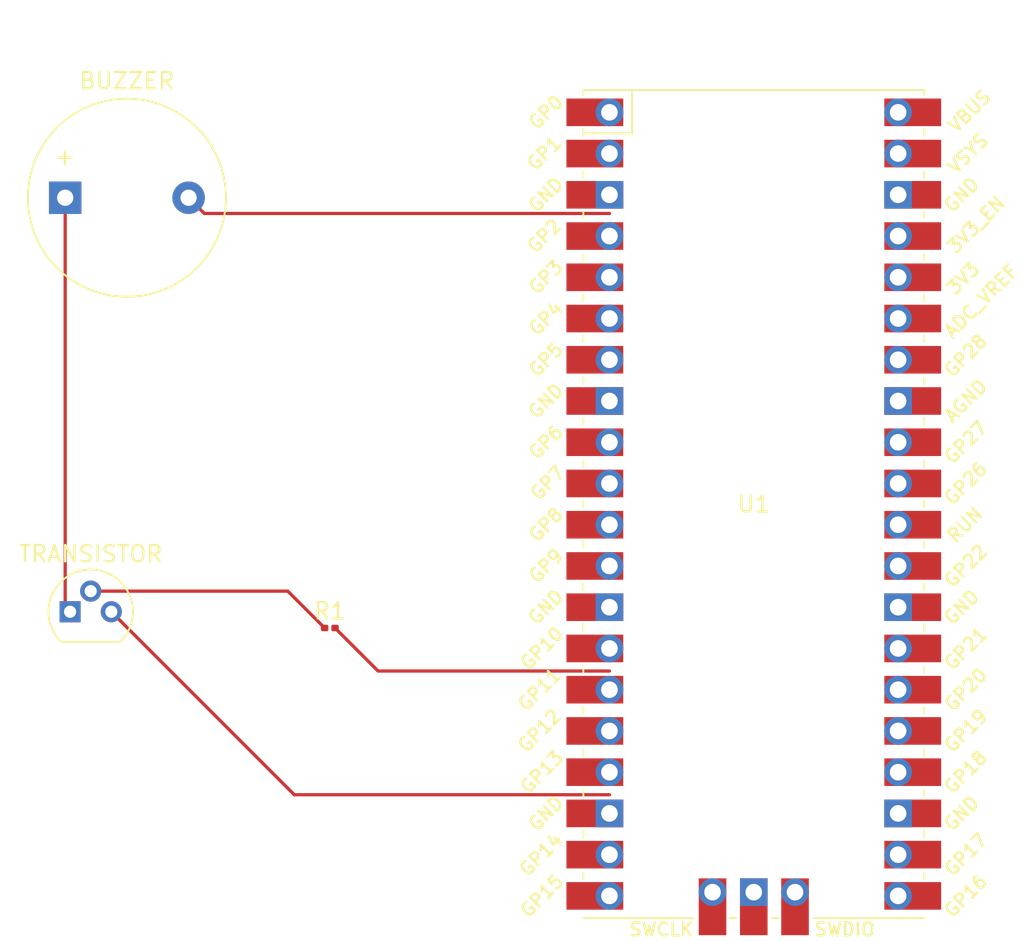
<source format=kicad_pcb>
(kicad_pcb (version 20240108) (generator "pcbnew") (generator_version "8.0")
  (layers (0 "F.Cu" signal) (31 "B.Cu" signal) (34 "B.Paste" user) (35 "F.Paste" user) (36 "B.SilkS" user "B.Silkscreen") (37 "F.SilkS" user "F.Silkscreen") (38 "B.Mask" user) (39 "F.Mask" user) (44 "Edge.Cuts" user))
  (net 0 "")
  (net 1 "Buzzer")
  (net 2 "Transistor")
  (footprint "Package_TO_SOT_THT:TO-92" (layer "F.Cu") (at 61.5 73)
    (property "Reference" "TRANSISTOR" (at 1.27 -3.56 0) (layer "F.SilkS"))
    (property "Value" "TO-92")
    (fp_line (start -0.53 1.85) (end 3.07 1.85) (stroke (width 0.12)) (layer "F.SilkS"))
    (fp_arc (start -0.568478 1.838478) (mid -1.132087 -0.994977) (end 1.27 -2.6) (stroke (width 0.12)) (layer "F.SilkS"))
    (fp_arc (start 1.27 -2.6) (mid 3.672087 -0.994977) (end 3.108478 1.838478) (stroke (width 0.12)) (layer "F.SilkS"))
    (pad "1" thru_hole rect (at 0 0) (size 1.3 1.3) (drill 0.75) (layers "*.Cu" "*.Mask"))
    (pad "2" thru_hole circle (at 1.27 -1.27) (size 1.3 1.3) (drill 0.75) (layers "*.Cu" "*.Mask"))
    (pad "3" thru_hole circle (at 2.54 0) (size 1.3 1.3) (drill 0.75) (layers "*.Cu" "*.Mask"))
  )
  (footprint "Resistor_SMD:R_0201_0603Metric" (layer "F.Cu") (at 77.5 74)
    (property "Reference" "R1" (at 0 -1.05 0) (layer "F.SilkS"))
    (property "Value" "R_0201_0603Metric")
    (pad "1" smd roundrect (at -0.32 0) (size 0.46 0.4) (layers "F.Cu" "F.Mask"))
    (pad "2" smd roundrect (at 0.32 0) (size 0.46 0.4) (layers "F.Cu" "F.Mask"))
  )
  (footprint "Buzzer_Beeper:Buzzer_12x9.5RM7.6" (layer "F.Cu") (at 61.2 47.5)
    (property "Reference" "BUZZER" (at 3.8 -7.2 0) (layer "F.SilkS"))
    (property "Value" "Buzzer_12x9.5RM7.6")
    (fp_circle (center 3.8 0) (end 9.9 0) (stroke (width 0.12)) (fill none) (layer "F.SilkS"))
    (fp_text user "+" (at -0.01 -2.54 0) (layer "F.SilkS"))
    (pad "1" thru_hole rect (at 0 0) (size 2 2) (drill 1) (layers "*.Cu" "*.Mask"))
    (pad "2" thru_hole circle (at 7.6 0) (size 2 2) (drill 1) (layers "*.Cu" "*.Mask"))
  )
  (footprint "MCU_RaspberryPi_and_Boards:RPi_Pico_SMD_TH" (layer "F.Cu") (at 103.61 66.37)
    (property "Reference" "U1" (at 0 0 0) (layer "F.SilkS"))
    (property "Value" "Pico")
    (fp_line (start -10.5 -25.5) (end -10.5 -25.2) (stroke (width 0.12)) (layer "F.SilkS"))
    (fp_line (start -10.5 -25.5) (end 10.5 -25.5) (stroke (width 0.12)) (layer "F.SilkS"))
    (fp_line (start -10.5 -23.1) (end -10.5 -22.7) (stroke (width 0.12)) (layer "F.SilkS"))
    (fp_line (start -10.5 -22.833) (end -7.493 -22.833) (stroke (width 0.12)) (layer "F.SilkS"))
    (fp_line (start -10.5 -20.5) (end -10.5 -20.1) (stroke (width 0.12)) (layer "F.SilkS"))
    (fp_line (start -10.5 -18) (end -10.5 -17.6) (stroke (width 0.12)) (layer "F.SilkS"))
    (fp_line (start -10.5 -15.4) (end -10.5 -15) (stroke (width 0.12)) (layer "F.SilkS"))
    (fp_line (start -10.5 -12.9) (end -10.5 -12.5) (stroke (width 0.12)) (layer "F.SilkS"))
    (fp_line (start -10.5 -10.4) (end -10.5 -10) (stroke (width 0.12)) (layer "F.SilkS"))
    (fp_line (start -10.5 -7.8) (end -10.5 -7.4) (stroke (width 0.12)) (layer "F.SilkS"))
    (fp_line (start -10.5 -5.3) (end -10.5 -4.9) (stroke (width 0.12)) (layer "F.SilkS"))
    (fp_line (start -10.5 -2.7) (end -10.5 -2.3) (stroke (width 0.12)) (layer "F.SilkS"))
    (fp_line (start -10.5 -0.2) (end -10.5 0.2) (stroke (width 0.12)) (layer "F.SilkS"))
    (fp_line (start -10.5 2.3) (end -10.5 2.7) (stroke (width 0.12)) (layer "F.SilkS"))
    (fp_line (start -10.5 4.9) (end -10.5 5.3) (stroke (width 0.12)) (layer "F.SilkS"))
    (fp_line (start -10.5 7.4) (end -10.5 7.8) (stroke (width 0.12)) (layer "F.SilkS"))
    (fp_line (start -10.5 10) (end -10.5 10.4) (stroke (width 0.12)) (layer "F.SilkS"))
    (fp_line (start -10.5 12.5) (end -10.5 12.9) (stroke (width 0.12)) (layer "F.SilkS"))
    (fp_line (start -10.5 15.1) (end -10.5 15.5) (stroke (width 0.12)) (layer "F.SilkS"))
    (fp_line (start -10.5 17.6) (end -10.5 18) (stroke (width 0.12)) (layer "F.SilkS"))
    (fp_line (start -10.5 20.1) (end -10.5 20.5) (stroke (width 0.12)) (layer "F.SilkS"))
    (fp_line (start -10.5 22.7) (end -10.5 23.1) (stroke (width 0.12)) (layer "F.SilkS"))
    (fp_line (start -7.493 -22.833) (end -7.493 -25.5) (stroke (width 0.12)) (layer "F.SilkS"))
    (fp_line (start -3.7 25.5) (end -10.5 25.5) (stroke (width 0.12)) (layer "F.SilkS"))
    (fp_line (start -1.5 25.5) (end -1.1 25.5) (stroke (width 0.12)) (layer "F.SilkS"))
    (fp_line (start 1.1 25.5) (end 1.5 25.5) (stroke (width 0.12)) (layer "F.SilkS"))
    (fp_line (start 10.5 -25.5) (end 10.5 -25.2) (stroke (width 0.12)) (layer "F.SilkS"))
    (fp_line (start 10.5 -23.1) (end 10.5 -22.7) (stroke (width 0.12)) (layer "F.SilkS"))
    (fp_line (start 10.5 -20.5) (end 10.5 -20.1) (stroke (width 0.12)) (layer "F.SilkS"))
    (fp_line (start 10.5 -18) (end 10.5 -17.6) (stroke (width 0.12)) (layer "F.SilkS"))
    (fp_line (start 10.5 -15.4) (end 10.5 -15) (stroke (width 0.12)) (layer "F.SilkS"))
    (fp_line (start 10.5 -12.9) (end 10.5 -12.5) (stroke (width 0.12)) (layer "F.SilkS"))
    (fp_line (start 10.5 -10.4) (end 10.5 -10) (stroke (width 0.12)) (layer "F.SilkS"))
    (fp_line (start 10.5 -7.8) (end 10.5 -7.4) (stroke (width 0.12)) (layer "F.SilkS"))
    (fp_line (start 10.5 -5.3) (end 10.5 -4.9) (stroke (width 0.12)) (layer "F.SilkS"))
    (fp_line (start 10.5 -2.7) (end 10.5 -2.3) (stroke (width 0.12)) (layer "F.SilkS"))
    (fp_line (start 10.5 -0.2) (end 10.5 0.2) (stroke (width 0.12)) (layer "F.SilkS"))
    (fp_line (start 10.5 2.3) (end 10.5 2.7) (stroke (width 0.12)) (layer "F.SilkS"))
    (fp_line (start 10.5 4.9) (end 10.5 5.3) (stroke (width 0.12)) (layer "F.SilkS"))
    (fp_line (start 10.5 7.4) (end 10.5 7.8) (stroke (width 0.12)) (layer "F.SilkS"))
    (fp_line (start 10.5 10) (end 10.5 10.4) (stroke (width 0.12)) (layer "F.SilkS"))
    (fp_line (start 10.5 12.5) (end 10.5 12.9) (stroke (width 0.12)) (layer "F.SilkS"))
    (fp_line (start 10.5 15.1) (end 10.5 15.5) (stroke (width 0.12)) (layer "F.SilkS"))
    (fp_line (start 10.5 17.6) (end 10.5 18) (stroke (width 0.12)) (layer "F.SilkS"))
    (fp_line (start 10.5 20.1) (end 10.5 20.5) (stroke (width 0.12)) (layer "F.SilkS"))
    (fp_line (start 10.5 22.7) (end 10.5 23.1) (stroke (width 0.12)) (layer "F.SilkS"))
    (fp_line (start 10.5 25.5) (end 3.7 25.5) (stroke (width 0.12)) (layer "F.SilkS"))
    (fp_text user "GP11" (at -13.2 11.43 45) (layer "F.SilkS") (effects (font (size 0.8 0.8))))
    (fp_text user "SWCLK" (at -5.7 26.2 0) (layer "F.SilkS") (effects (font (size 0.8 0.8))))
    (fp_text user "GND" (at 12.8 19.05 45) (layer "F.SilkS") (effects (font (size 0.8 0.8))))
    (fp_text user "GP22" (at 13.054 3.81 45) (layer "F.SilkS") (effects (font (size 0.8 0.8))))
    (fp_text user "GP20" (at 13.054 11.43 45) (layer "F.SilkS") (effects (font (size 0.8 0.8))))
    (fp_text user "GP18" (at 13.054 16.51 45) (layer "F.SilkS") (effects (font (size 0.8 0.8))))
    (fp_text user "3V3_EN" (at 13.7 -17.2 45) (layer "F.SilkS") (effects (font (size 0.8 0.8))))
    (fp_text user "GP10" (at -13.054 8.89 45) (layer "F.SilkS") (effects (font (size 0.8 0.8))))
    (fp_text user "RUN" (at 13 1.27 45) (layer "F.SilkS") (effects (font (size 0.8 0.8))))
    (fp_text user "GP4" (at -12.8 -11.43 45) (layer "F.SilkS") (effects (font (size 0.8 0.8))))
    (fp_text user "GP2" (at -12.9 -16.51 45) (layer "F.SilkS") (effects (font (size 0.8 0.8))))
    (fp_text user "GP28" (at 13.054 -9.144 45) (layer "F.SilkS") (effects (font (size 0.8 0.8))))
    (fp_text user "GND" (at 12.8 -19.05 45) (layer "F.SilkS") (effects (font (size 0.8 0.8))))
    (fp_text user "GP16" (at 13.054 24.13 45) (layer "F.SilkS") (effects (font (size 0.8 0.8))))
    (fp_text user "GP1" (at -12.9 -21.6 45) (layer "F.SilkS") (effects (font (size 0.8 0.8))))
    (fp_text user "VSYS" (at 13.2 -21.59 45) (layer "F.SilkS") (effects (font (size 0.8 0.8))))
    (fp_text user "AGND" (at 13.054 -6.35 45) (layer "F.SilkS") (effects (font (size 0.8 0.8))))
    (fp_text user "GP6" (at -12.8 -3.81 45) (layer "F.SilkS") (effects (font (size 0.8 0.8))))
    (fp_text user "GP3" (at -12.8 -13.97 45) (layer "F.SilkS") (effects (font (size 0.8 0.8))))
    (fp_text user "GP26" (at 13.054 -1.27 45) (layer "F.SilkS") (effects (font (size 0.8 0.8))))
    (fp_text user "GP5" (at -12.8 -8.89 45) (layer "F.SilkS") (effects (font (size 0.8 0.8))))
    (fp_text user "GP14" (at -13.1 21.59 45) (layer "F.SilkS") (effects (font (size 0.8 0.8))))
    (fp_text user "GP21" (at 13.054 8.9 45) (layer "F.SilkS") (effects (font (size 0.8 0.8))))
    (fp_text user "3V3" (at 12.9 -13.9 45) (layer "F.SilkS") (effects (font (size 0.8 0.8))))
    (fp_text user "ADC_VREF" (at 14 -12.5 45) (layer "F.SilkS") (effects (font (size 0.8 0.8))))
    (fp_text user "VBUS" (at 13.3 -24.2 45) (layer "F.SilkS") (effects (font (size 0.8 0.8))))
    (fp_text user "GND" (at -12.8 6.35 45) (layer "F.SilkS") (effects (font (size 0.8 0.8))))
    (fp_text user "GP19" (at 13.054 13.97 45) (layer "F.SilkS") (effects (font (size 0.8 0.8))))
    (fp_text user "GND" (at -12.8 -6.35 45) (layer "F.SilkS") (effects (font (size 0.8 0.8))))
    (fp_text user "GND" (at -12.8 -19.05 45) (layer "F.SilkS") (effects (font (size 0.8 0.8))))
    (fp_text user "GND" (at 12.8 6.35 45) (layer "F.SilkS") (effects (font (size 0.8 0.8))))
    (fp_text user "GP0" (at -12.8 -24.13 45) (layer "F.SilkS") (effects (font (size 0.8 0.8))))
    (fp_text user "GP17" (at 13.054 21.59 45) (layer "F.SilkS") (effects (font (size 0.8 0.8))))
    (fp_text user "GP9" (at -12.8 3.81 45) (layer "F.SilkS") (effects (font (size 0.8 0.8))))
    (fp_text user "SWDIO" (at 5.6 26.2 0) (layer "F.SilkS") (effects (font (size 0.8 0.8))))
    (fp_text user "GP15" (at -13.054 24.13 45) (layer "F.SilkS") (effects (font (size 0.8 0.8))))
    (fp_text user "GND" (at -12.8 19.05 45) (layer "F.SilkS") (effects (font (size 0.8 0.8))))
    (fp_text user "GP27" (at 13.054 -3.8 45) (layer "F.SilkS") (effects (font (size 0.8 0.8))))
    (fp_text user "GP8" (at -12.8 1.27 45) (layer "F.SilkS") (effects (font (size 0.8 0.8))))
    (fp_text user "GP12" (at -13.2 13.97 45) (layer "F.SilkS") (effects (font (size 0.8 0.8))))
    (fp_text user "GP13" (at -13.054 16.51 45) (layer "F.SilkS") (effects (font (size 0.8 0.8))))
    (fp_text user "GP7" (at -12.7 -1.3 45) (layer "F.SilkS") (effects (font (size 0.8 0.8))))
    (pad "" np_thru_hole oval (at -2.725 -24) (size 1.8 1.8) (drill 1.8) (layers "*.Cu" "*.Mask"))
    (pad "" np_thru_hole oval (at -2.425 -20.97) (size 1.5 1.5) (drill 1.5) (layers "*.Cu" "*.Mask"))
    (pad "" np_thru_hole oval (at 2.425 -20.97) (size 1.5 1.5) (drill 1.5) (layers "*.Cu" "*.Mask"))
    (pad "" np_thru_hole oval (at 2.725 -24) (size 1.8 1.8) (drill 1.8) (layers "*.Cu" "*.Mask"))
    (pad "1" thru_hole oval (at -8.89 -24.13) (size 1.7 1.7) (drill 1.02) (layers "*.Cu" "*.Mask"))
    (pad "1" smd rect (at -8.89 -24.13) (size 3.5 1.7) (drill (offset -0.9 0)) (layers "F.Cu" "F.Mask"))
    (pad "2" thru_hole oval (at -8.89 -21.59) (size 1.7 1.7) (drill 1.02) (layers "*.Cu" "*.Mask"))
    (pad "2" smd rect (at -8.89 -21.59) (size 3.5 1.7) (drill (offset -0.9 0)) (layers "F.Cu" "F.Mask"))
    (pad "3" thru_hole rect (at -8.89 -19.05) (size 1.7 1.7) (drill 1.02) (layers "*.Cu" "*.Mask") (net 1 "Buzzer"))
    (pad "3" smd rect (at -8.89 -19.05) (size 3.5 1.7) (drill (offset -0.9 0)) (layers "F.Cu" "F.Mask") (net 1 "Buzzer"))
    (pad "4" thru_hole oval (at -8.89 -16.51) (size 1.7 1.7) (drill 1.02) (layers "*.Cu" "*.Mask"))
    (pad "4" smd rect (at -8.89 -16.51) (size 3.5 1.7) (drill (offset -0.9 0)) (layers "F.Cu" "F.Mask"))
    (pad "5" thru_hole oval (at -8.89 -13.97) (size 1.7 1.7) (drill 1.02) (layers "*.Cu" "*.Mask"))
    (pad "5" smd rect (at -8.89 -13.97) (size 3.5 1.7) (drill (offset -0.9 0)) (layers "F.Cu" "F.Mask"))
    (pad "6" thru_hole oval (at -8.89 -11.43) (size 1.7 1.7) (drill 1.02) (layers "*.Cu" "*.Mask"))
    (pad "6" smd rect (at -8.89 -11.43) (size 3.5 1.7) (drill (offset -0.9 0)) (layers "F.Cu" "F.Mask"))
    (pad "7" thru_hole oval (at -8.89 -8.89) (size 1.7 1.7) (drill 1.02) (layers "*.Cu" "*.Mask"))
    (pad "7" smd rect (at -8.89 -8.89) (size 3.5 1.7) (drill (offset -0.9 0)) (layers "F.Cu" "F.Mask"))
    (pad "8" thru_hole rect (at -8.89 -6.35) (size 1.7 1.7) (drill 1.02) (layers "*.Cu" "*.Mask"))
    (pad "8" smd rect (at -8.89 -6.35) (size 3.5 1.7) (drill (offset -0.9 0)) (layers "F.Cu" "F.Mask"))
    (pad "9" thru_hole oval (at -8.89 -3.81) (size 1.7 1.7) (drill 1.02) (layers "*.Cu" "*.Mask"))
    (pad "9" smd rect (at -8.89 -3.81) (size 3.5 1.7) (drill (offset -0.9 0)) (layers "F.Cu" "F.Mask"))
    (pad "10" thru_hole oval (at -8.89 -1.27) (size 1.7 1.7) (drill 1.02) (layers "*.Cu" "*.Mask"))
    (pad "10" smd rect (at -8.89 -1.27) (size 3.5 1.7) (drill (offset -0.9 0)) (layers "F.Cu" "F.Mask"))
    (pad "11" thru_hole oval (at -8.89 1.27) (size 1.7 1.7) (drill 1.02) (layers "*.Cu" "*.Mask"))
    (pad "11" smd rect (at -8.89 1.27) (size 3.5 1.7) (drill (offset -0.9 0)) (layers "F.Cu" "F.Mask"))
    (pad "12" thru_hole oval (at -8.89 3.81) (size 1.7 1.7) (drill 1.02) (layers "*.Cu" "*.Mask"))
    (pad "12" smd rect (at -8.89 3.81) (size 3.5 1.7) (drill (offset -0.9 0)) (layers "F.Cu" "F.Mask"))
    (pad "13" thru_hole rect (at -8.89 6.35) (size 1.7 1.7) (drill 1.02) (layers "*.Cu" "*.Mask"))
    (pad "13" smd rect (at -8.89 6.35) (size 3.5 1.7) (drill (offset -0.9 0)) (layers "F.Cu" "F.Mask"))
    (pad "14" thru_hole oval (at -8.89 8.89) (size 1.7 1.7) (drill 1.02) (layers "*.Cu" "*.Mask"))
    (pad "14" smd rect (at -8.89 8.89) (size 3.5 1.7) (drill (offset -0.9 0)) (layers "F.Cu" "F.Mask"))
    (pad "15" thru_hole oval (at -8.89 11.43) (size 1.7 1.7) (drill 1.02) (layers "*.Cu" "*.Mask") (net 2 "Transistor"))
    (pad "15" smd rect (at -8.89 11.43) (size 3.5 1.7) (drill (offset -0.9 0)) (layers "F.Cu" "F.Mask") (net 2 "Transistor"))
    (pad "16" thru_hole oval (at -8.89 13.97) (size 1.7 1.7) (drill 1.02) (layers "*.Cu" "*.Mask"))
    (pad "16" smd rect (at -8.89 13.97) (size 3.5 1.7) (drill (offset -0.9 0)) (layers "F.Cu" "F.Mask"))
    (pad "17" thru_hole oval (at -8.89 16.51) (size 1.7 1.7) (drill 1.02) (layers "*.Cu" "*.Mask"))
    (pad "17" smd rect (at -8.89 16.51) (size 3.5 1.7) (drill (offset -0.9 0)) (layers "F.Cu" "F.Mask"))
    (pad "18" thru_hole rect (at -8.89 19.05) (size 1.7 1.7) (drill 1.02) (layers "*.Cu" "*.Mask"))
    (pad "18" smd rect (at -8.89 19.05) (size 3.5 1.7) (drill (offset -0.9 0)) (layers "F.Cu" "F.Mask"))
    (pad "19" thru_hole oval (at -8.89 21.59) (size 1.7 1.7) (drill 1.02) (layers "*.Cu" "*.Mask"))
    (pad "19" smd rect (at -8.89 21.59) (size 3.5 1.7) (drill (offset -0.9 0)) (layers "F.Cu" "F.Mask"))
    (pad "20" thru_hole oval (at -8.89 24.13) (size 1.7 1.7) (drill 1.02) (layers "*.Cu" "*.Mask"))
    (pad "20" smd rect (at -8.89 24.13) (size 3.5 1.7) (drill (offset -0.9 0)) (layers "F.Cu" "F.Mask"))
    (pad "21" thru_hole oval (at 8.89 24.13) (size 1.7 1.7) (drill 1.02) (layers "*.Cu" "*.Mask"))
    (pad "21" smd rect (at 8.89 24.13) (size 3.5 1.7) (drill (offset 0.9 0)) (layers "F.Cu" "F.Mask"))
    (pad "22" thru_hole oval (at 8.89 21.59) (size 1.7 1.7) (drill 1.02) (layers "*.Cu" "*.Mask"))
    (pad "22" smd rect (at 8.89 21.59) (size 3.5 1.7) (drill (offset 0.9 0)) (layers "F.Cu" "F.Mask"))
    (pad "23" thru_hole rect (at 8.89 19.05) (size 1.7 1.7) (drill 1.02) (layers "*.Cu" "*.Mask"))
    (pad "23" smd rect (at 8.89 19.05) (size 3.5 1.7) (drill (offset 0.9 0)) (layers "F.Cu" "F.Mask"))
    (pad "24" thru_hole oval (at 8.89 16.51) (size 1.7 1.7) (drill 1.02) (layers "*.Cu" "*.Mask"))
    (pad "24" smd rect (at 8.89 16.51) (size 3.5 1.7) (drill (offset 0.9 0)) (layers "F.Cu" "F.Mask"))
    (pad "25" thru_hole oval (at 8.89 13.97) (size 1.7 1.7) (drill 1.02) (layers "*.Cu" "*.Mask"))
    (pad "25" smd rect (at 8.89 13.97) (size 3.5 1.7) (drill (offset 0.9 0)) (layers "F.Cu" "F.Mask"))
    (pad "26" thru_hole oval (at 8.89 11.43) (size 1.7 1.7) (drill 1.02) (layers "*.Cu" "*.Mask"))
    (pad "26" smd rect (at 8.89 11.43) (size 3.5 1.7) (drill (offset 0.9 0)) (layers "F.Cu" "F.Mask"))
    (pad "27" thru_hole oval (at 8.89 8.89) (size 1.7 1.7) (drill 1.02) (layers "*.Cu" "*.Mask"))
    (pad "27" smd rect (at 8.89 8.89) (size 3.5 1.7) (drill (offset 0.9 0)) (layers "F.Cu" "F.Mask"))
    (pad "28" thru_hole rect (at 8.89 6.35) (size 1.7 1.7) (drill 1.02) (layers "*.Cu" "*.Mask"))
    (pad "28" smd rect (at 8.89 6.35) (size 3.5 1.7) (drill (offset 0.9 0)) (layers "F.Cu" "F.Mask"))
    (pad "29" thru_hole oval (at 8.89 3.81) (size 1.7 1.7) (drill 1.02) (layers "*.Cu" "*.Mask"))
    (pad "29" smd rect (at 8.89 3.81) (size 3.5 1.7) (drill (offset 0.9 0)) (layers "F.Cu" "F.Mask"))
    (pad "30" thru_hole oval (at 8.89 1.27) (size 1.7 1.7) (drill 1.02) (layers "*.Cu" "*.Mask"))
    (pad "30" smd rect (at 8.89 1.27) (size 3.5 1.7) (drill (offset 0.9 0)) (layers "F.Cu" "F.Mask"))
    (pad "31" thru_hole oval (at 8.89 -1.27) (size 1.7 1.7) (drill 1.02) (layers "*.Cu" "*.Mask"))
    (pad "31" smd rect (at 8.89 -1.27) (size 3.5 1.7) (drill (offset 0.9 0)) (layers "F.Cu" "F.Mask"))
    (pad "32" thru_hole oval (at 8.89 -3.81) (size 1.7 1.7) (drill 1.02) (layers "*.Cu" "*.Mask"))
    (pad "32" smd rect (at 8.89 -3.81) (size 3.5 1.7) (drill (offset 0.9 0)) (layers "F.Cu" "F.Mask"))
    (pad "33" thru_hole rect (at 8.89 -6.35) (size 1.7 1.7) (drill 1.02) (layers "*.Cu" "*.Mask"))
    (pad "33" smd rect (at 8.89 -6.35) (size 3.5 1.7) (drill (offset 0.9 0)) (layers "F.Cu" "F.Mask"))
    (pad "34" thru_hole oval (at 8.89 -8.89) (size 1.7 1.7) (drill 1.02) (layers "*.Cu" "*.Mask"))
    (pad "34" smd rect (at 8.89 -8.89) (size 3.5 1.7) (drill (offset 0.9 0)) (layers "F.Cu" "F.Mask"))
    (pad "35" thru_hole oval (at 8.89 -11.43) (size 1.7 1.7) (drill 1.02) (layers "*.Cu" "*.Mask"))
    (pad "35" smd rect (at 8.89 -11.43) (size 3.5 1.7) (drill (offset 0.9 0)) (layers "F.Cu" "F.Mask"))
    (pad "36" thru_hole oval (at 8.89 -13.97) (size 1.7 1.7) (drill 1.02) (layers "*.Cu" "*.Mask"))
    (pad "36" smd rect (at 8.89 -13.97) (size 3.5 1.7) (drill (offset 0.9 0)) (layers "F.Cu" "F.Mask"))
    (pad "37" thru_hole oval (at 8.89 -16.51) (size 1.7 1.7) (drill 1.02) (layers "*.Cu" "*.Mask"))
    (pad "37" smd rect (at 8.89 -16.51) (size 3.5 1.7) (drill (offset 0.9 0)) (layers "F.Cu" "F.Mask"))
    (pad "38" thru_hole rect (at 8.89 -19.05) (size 1.7 1.7) (drill 1.02) (layers "*.Cu" "*.Mask"))
    (pad "38" smd rect (at 8.89 -19.05) (size 3.5 1.7) (drill (offset 0.9 0)) (layers "F.Cu" "F.Mask"))
    (pad "39" thru_hole oval (at 8.89 -21.59) (size 1.7 1.7) (drill 1.02) (layers "*.Cu" "*.Mask"))
    (pad "39" smd rect (at 8.89 -21.59) (size 3.5 1.7) (drill (offset 0.9 0)) (layers "F.Cu" "F.Mask"))
    (pad "40" thru_hole oval (at 8.89 -24.13) (size 1.7 1.7) (drill 1.02) (layers "*.Cu" "*.Mask"))
    (pad "40" smd rect (at 8.89 -24.13) (size 3.5 1.7) (drill (offset 0.9 0)) (layers "F.Cu" "F.Mask"))
    (pad "41" thru_hole oval (at -2.54 23.9) (size 1.7 1.7) (drill 1.02) (layers "*.Cu" "*.Mask"))
    (pad "41" smd rect (at -2.54 23.9 90) (size 3.5 1.7) (drill (offset -0.9 0)) (layers "F.Cu" "F.Mask"))
    (pad "42" thru_hole rect (at 0 23.9) (size 1.7 1.7) (drill 1.02) (layers "*.Cu" "*.Mask"))
    (pad "42" smd rect (at 0 23.9 90) (size 3.5 1.7) (drill (offset -0.9 0)) (layers "F.Cu" "F.Mask"))
    (pad "43" thru_hole oval (at 2.54 23.9) (size 1.7 1.7) (drill 1.02) (layers "*.Cu" "*.Mask"))
    (pad "43" smd rect (at 2.54 23.9 90) (size 3.5 1.7) (drill (offset -0.9 0)) (layers "F.Cu" "F.Mask"))
  )
  (segment (start 64.04 73) (end 75.31 84.27) (width 0.2) (layer "F.Cu") (net 0))
  (segment (start 61.2 72.7) (end 61.5 73) (width 0.2) (layer "F.Cu") (net 0))
  (segment (start 74.91 71.73) (end 77.18 74) (width 0.2) (layer "F.Cu") (net 0))
  (segment (start 62.77 71.73) (end 74.91 71.73) (width 0.2) (layer "F.Cu") (net 0))
  (segment (start 69.77 48.47) (end 94.72 48.47) (width 0.2) (layer "F.Cu") (net 0))
  (segment (start 68.8 47.5) (end 69.77 48.47) (width 0.2) (layer "F.Cu") (net 0))
  (segment (start 77.82 74) (end 80.47 76.65) (width 0.2) (layer "F.Cu") (net 0))
  (segment (start 80.47 76.65) (end 94.72 76.65) (width 0.2) (layer "F.Cu") (net 0))
  (segment (start 75.31 84.27) (end 94.72 84.27) (width 0.2) (layer "F.Cu") (net 0))
  (segment (start 61.2 47.5) (end 61.2 72.7) (width 0.2) (layer "F.Cu") (net 0))
)
</source>
